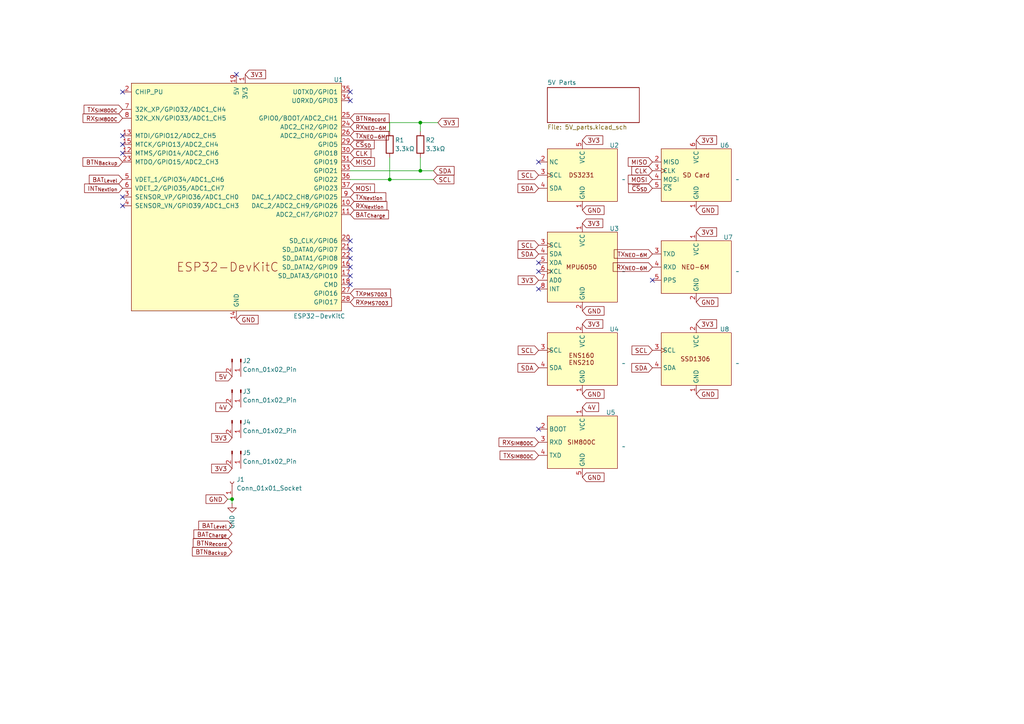
<source format=kicad_sch>
(kicad_sch (version 20231120) (generator "eeschema") (generator_version "8.0")
  (paper "A4")
  (title_block (title "opaque: Open-source Portable Air QUality Equipment") (date "2025-02-01") (rev "R1.1") (company "Barkın Özsoy (barkolorious)") (comment 1 "TÜBİTAK 2204-A"))
  (lib_symbols
    (symbol "Connector:Conn_01x01_Socket" (pin_names (offset 1.016) hide)
      (property "Reference" "J" (at 0 2.54 0))
      (property "Value" "Conn_01x01_Socket" (at 0 -2.54 0))
      (symbol "Conn_01x01_Socket_1_1"
        (polyline (pts (xy -1.27 0) (xy -0.508 0)) (stroke (width 0.1524)))
        (arc (start 0 0.508) (mid -0.5058 0) (end 0 -0.508) (stroke (width 0.1524)))
        (pin passive line (at -5.08 0 0) (length 3.81) (name "Pin_1") (number "1"))
      )
    )
    (symbol "Connector:Conn_01x02_Pin" (pin_names (offset 1.016) hide)
      (property "Reference" "J" (at 0 2.54 0))
      (property "Value" "Conn_01x02_Pin" (at 0 -5.08 0))
      (symbol "Conn_01x02_Pin_1_1"
        (polyline (pts (xy 1.27 -2.54) (xy 0.8636 -2.54)) (stroke (width 0.1524)))
        (polyline (pts (xy 1.27 0) (xy 0.8636 0)) (stroke (width 0.1524)))
        (rectangle (start 0.8636 -2.413) (end 0 -2.667) (stroke (width 0.1524)) (fill (type outline)))
        (rectangle (start 0.8636 0.127) (end 0 -0.127) (stroke (width 0.1524)) (fill (type outline)))
        (pin passive line (at 5.08 0 180) (length 3.81) (name "Pin_1") (number "1"))
        (pin passive line (at 5.08 -2.54 180) (length 3.81) (name "Pin_2") (number "2"))
      )
    )
    (symbol "Device:R" (pin_numbers hide) (pin_names (offset 0))
      (property "Reference" "R" (at 2.032 0 90))
      (property "Value" "R" (at 0 0 90))
      (symbol "R_0_1"
        (rectangle (start -1.016 -2.54) (end 1.016 2.54) (stroke (width 0.254)))
      )
      (symbol "R_1_1"
        (pin passive line (at 0 3.81 270) (length 1.27) (name "~") (number "1"))
        (pin passive line (at 0 -3.81 90) (length 1.27) (name "~") (number "2"))
      )
    )
    (symbol "PCM_Espressif:ESP32-DevKitC" (pin_names (offset 1.016))
      (property "Reference" "U" (at -30.48 38.1 0))
      (property "Value" "ESP32-DevKitC" (at -30.48 35.56 0))
      (symbol "ESP32-DevKitC_0_0"
        (text "ESP32-DevKitC" (at -2.54 -20.32 0) (effects (font (size 2.54 2.54))))
        (pin power_in line (at 0 -35.56 90) (length 2.54) (name "GND") (number "14"))
        (pin power_in line (at 0 35.56 270) (length 2.54) (name "5V") (number "19"))
      )
      (symbol "ESP32-DevKitC_0_1"
        (rectangle (start -30.48 33.02) (end 30.48 -33.02) (fill (type background)))
      )
      (symbol "ESP32-DevKitC_1_1"
        (pin power_in line (at 2.54 35.56 270) (length 2.54) (name "3V3") (number "1"))
        (pin bidirectional line (at 33.02 -2.54 180) (length 2.54) (name "DAC_2/ADC2_CH9/GPIO26") (number "10"))
        (pin bidirectional line (at 33.02 -5.08 180) (length 2.54) (name "ADC2_CH7/GPIO27") (number "11"))
        (pin bidirectional line (at -33.02 12.7 0) (length 2.54) (name "MTMS/GPIO14/ADC2_CH6") (number "12"))
        (pin bidirectional line (at -33.02 17.78 0) (length 2.54) (name "MTDI/GPIO12/ADC2_CH5") (number "13"))
        (pin bidirectional line (at -33.02 15.24 0) (length 2.54) (name "MTCK/GPIO13/ADC2_CH4") (number "15"))
        (pin bidirectional line (at 33.02 -20.32 180) (length 2.54) (name "SD_DATA2/GPIO9") (number "16"))
        (pin bidirectional line (at 33.02 -22.86 180) (length 2.54) (name "SD_DATA3/GPIO10") (number "17"))
        (pin bidirectional line (at 33.02 -25.4 180) (length 2.54) (name "CMD") (number "18"))
        (pin input line (at -33.02 30.48 0) (length 2.54) (name "CHIP_PU") (number "2"))
        (pin bidirectional line (at 33.02 -12.7 180) (length 2.54) (name "SD_CLK/GPIO6") (number "20"))
        (pin bidirectional line (at 33.02 -15.24 180) (length 2.54) (name "SD_DATA0/GPIO7") (number "21"))
        (pin bidirectional line (at 33.02 -17.78 180) (length 2.54) (name "SD_DATA1/GPIO8") (number "22"))
        (pin bidirectional line (at -33.02 10.16 0) (length 2.54) (name "MTDO/GPIO15/ADC2_CH3") (number "23"))
        (pin bidirectional line (at 33.02 20.32 180) (length 2.54) (name "ADC2_CH2/GPIO2") (number "24"))
        (pin bidirectional line (at 33.02 22.86 180) (length 2.54) (name "GPIO0/BOOT/ADC2_CH1") (number "25"))
        (pin bidirectional line (at 33.02 17.78 180) (length 2.54) (name "ADC2_CH0/GPIO4") (number "26"))
        (pin bidirectional line (at 33.02 -27.94 180) (length 2.54) (name "GPIO16") (number "27"))
        (pin bidirectional line (at 33.02 -30.48 180) (length 2.54) (name "GPIO17") (number "28"))
        (pin bidirectional line (at 33.02 15.24 180) (length 2.54) (name "GPIO5") (number "29"))
        (pin input line (at -33.02 0 0) (length 2.54) (name "SENSOR_VP/GPIO36/ADC1_CH0") (number "3"))
        (pin bidirectional line (at 33.02 12.7 180) (length 2.54) (name "GPIO18") (number "30"))
        (pin bidirectional line (at 33.02 10.16 180) (length 2.54) (name "GPIO19") (number "31"))
        (pin passive line (at 0 -35.56 90) (length 2.54) hide (name "GND") (number "32"))
        (pin bidirectional line (at 33.02 7.62 180) (length 2.54) (name "GPIO21") (number "33"))
        (pin bidirectional line (at 33.02 27.94 180) (length 2.54) (name "U0RXD/GPIO3") (number "34"))
        (pin bidirectional line (at 33.02 30.48 180) (length 2.54) (name "U0TXD/GPIO1") (number "35"))
        (pin bidirectional line (at 33.02 5.08 180) (length 2.54) (name "GPIO22") (number "36"))
        (pin bidirectional line (at 33.02 2.54 180) (length 2.54) (name "GPIO23") (number "37"))
        (pin passive line (at 0 -35.56 90) (length 2.54) hide (name "GND") (number "38"))
        (pin input line (at -33.02 -2.54 0) (length 2.54) (name "SENSOR_VN/GPIO39/ADC1_CH3") (number "4"))
        (pin input line (at -33.02 5.08 0) (length 2.54) (name "VDET_1/GPIO34/ADC1_CH6") (number "5"))
        (pin input line (at -33.02 2.54 0) (length 2.54) (name "VDET_2/GPIO35/ADC1_CH7") (number "6"))
        (pin bidirectional line (at -33.02 25.4 0) (length 2.54) (name "32K_XP/GPIO32/ADC1_CH4") (number "7"))
        (pin bidirectional line (at -33.02 22.86 0) (length 2.54) (name "32K_XN/GPIO33/ADC1_CH5") (number "8"))
        (pin bidirectional line (at 33.02 0 180) (length 2.54) (name "DAC_1/ADC2_CH8/GPIO25") (number "9"))
      )
    )
    (symbol "opaque-components:DS3231"
      (property "Reference" "U" (at 1.778 -9.144 0))
      (symbol "DS3231_0_1"
        (rectangle (start -10.16 7.62) (end 10.16 -7.62) (fill (type background)))
      )
      (symbol "DS3231_1_1"
        (text "DS3231" (at -0.254 0 0) (effects (font (size 1.27 1.27))))
        (pin input line (at 0 -10.16 90) (length 2.54) (name "GND") (number "1"))
        (pin input line (at -12.7 3.81 0) (length 2.54) (name "NC") (number "2"))
        (pin input clock (at -12.7 0 0) (length 2.54) (name "SCL") (number "3"))
        (pin bidirectional line (at -12.7 -3.81 0) (length 2.54) (name "SDA") (number "4"))
        (pin input line (at 0 10.16 270) (length 2.54) (name "VCC") (number "5"))
      )
    )
    (symbol "opaque-components:ENS160+ENS210"
      (property "Reference" "U" (at 1.778 -9.144 0))
      (symbol "ENS160+ENS210_0_1"
        (rectangle (start -10.16 7.62) (end 10.16 -7.62) (fill (type background)))
      )
      (symbol "ENS160+ENS210_1_1"
        (text "ENS160\nENS210" (at -0.254 0 0) (effects (font (size 1.27 1.27))))
        (pin input line (at 0 -10.16 90) (length 2.54) (name "GND") (number "1"))
        (pin input line (at 0 10.16 270) (length 2.54) (name "VCC") (number "2"))
        (pin input clock (at -12.7 2.54 0) (length 2.54) (name "SCL") (number "3"))
        (pin bidirectional line (at -12.7 -2.54 0) (length 2.54) (name "SDA") (number "4"))
      )
    )
    (symbol "opaque-components:MPU6050"
      (property "Reference" "U" (at 1.778 -11.684 0))
      (symbol "MPU6050_0_1"
        (rectangle (start -10.16 10.16) (end 10.16 -10.16) (fill (type background)))
      )
      (symbol "MPU6050_1_1"
        (text "MPU6050" (at -0.254 0 0) (effects (font (size 1.27 1.27))))
        (pin input line (at 0 12.7 270) (length 2.54) (name "VCC") (number "1"))
        (pin input line (at 0 -12.7 90) (length 2.54) (name "GND") (number "2"))
        (pin input clock (at -12.7 6.35 0) (length 2.54) (name "SCL") (number "3"))
        (pin bidirectional line (at -12.7 3.81 0) (length 2.54) (name "SDA") (number "4"))
        (pin bidirectional line (at -12.7 1.27 0) (length 2.54) (name "XDA") (number "5"))
        (pin input clock (at -12.7 -1.27 0) (length 2.54) (name "XCL") (number "6"))
        (pin input line (at -12.7 -3.81 0) (length 2.54) (name "AD0") (number "7"))
        (pin input line (at -12.7 -6.35 0) (length 2.54) (name "INT") (number "8"))
      )
    )
    (symbol "opaque-components:NEO-6M"
      (property "Reference" "U" (at 1.778 -9.144 0))
      (symbol "NEO-6M_0_1"
        (rectangle (start -10.16 7.62) (end 10.16 -7.62) (fill (type background)))
      )
      (symbol "NEO-6M_1_1"
        (text "NEO-6M" (at -0.254 0 0) (effects (font (size 1.27 1.27))))
        (pin input line (at 0 10.16 270) (length 2.54) (name "VCC") (number "1"))
        (pin input line (at 0 -10.16 90) (length 2.54) (name "GND") (number "2"))
        (pin output line (at -12.7 3.81 0) (length 2.54) (name "TXD") (number "3"))
        (pin input line (at -12.7 0 0) (length 2.54) (name "RXD") (number "4"))
        (pin output line (at -12.7 -3.81 0) (length 2.54) (name "PPS") (number "5"))
      )
    )
    (symbol "opaque-components:SD_Card"
      (property "Reference" "U" (at 1.778 -9.144 0))
      (symbol "SD_Card_0_1"
        (rectangle (start -10.16 7.62) (end 10.16 -7.62) (fill (type background)))
      )
      (symbol "SD_Card_1_1"
        (text "SD Card\n" (at 0 0 0) (effects (font (size 1.27 1.27))))
        (pin input line (at 0 -10.16 90) (length 2.54) (name "GND") (number "1"))
        (pin output line (at -12.7 3.81 0) (length 2.54) (name "MISO") (number "2"))
        (pin input clock (at -12.7 1.27 0) (length 2.54) (name "CLK") (number "3"))
        (pin input line (at -12.7 -1.27 0) (length 2.54) (name "MOSI") (number "4"))
        (pin input line (at -12.7 -3.81 0) (length 2.54) (name "~{CS}") (number "5"))
        (pin input line (at 0 10.16 270) (length 2.54) (name "VCC") (number "6"))
      )
    )
    (symbol "opaque-components:SIM800C"
      (property "Reference" "U" (at 0 0 0))
      (symbol "SIM800C_0_1"
        (rectangle (start -10.16 7.62) (end 10.16 -7.62) (fill (type background)))
      )
      (symbol "SIM800C_1_1"
        (text "SIM800C" (at -0.254 0 0) (effects (font (size 1.27 1.27))))
        (pin input line (at 0 10.16 270) (length 2.54) (name "VCC") (number "1"))
        (pin input line (at -12.7 3.81 0) (length 2.54) (name "BOOT") (number "2"))
        (pin input line (at -12.7 0 0) (length 2.54) (name "RXD") (number "3"))
        (pin output line (at -12.7 -3.81 0) (length 2.54) (name "TXD") (number "4"))
        (pin input line (at 0 -10.16 90) (length 2.54) (name "GND") (number "5"))
      )
    )
    (symbol "opaque-components:SSD1306"
      (property "Reference" "U" (at 2.032 -9.144 0))
      (symbol "SSD1306_0_1"
        (rectangle (start -10.16 7.62) (end 10.16 -7.62) (fill (type background)))
      )
      (symbol "SSD1306_1_1"
        (text "SSD1306" (at -0.254 0 0) (effects (font (size 1.27 1.27))))
        (pin input line (at 0 -10.16 90) (length 2.54) (name "GND") (number "1"))
        (pin input line (at 0 10.16 270) (length 2.54) (name "VCC") (number "2"))
        (pin input clock (at -12.7 2.54 0) (length 2.54) (name "SCL") (number "3"))
        (pin bidirectional line (at -12.7 -2.54 0) (length 2.54) (name "SDA") (number "4"))
      )
    )
    (symbol "power:GND" (power) (pin_numbers hide) (pin_names (offset 0) hide)
      (property "Value" "GND" (at 0 -3.81 0))
      (symbol "GND_0_1"
        (polyline (pts (xy 0 0) (xy 0 -1.27) (xy 1.27 -1.27) (xy 0 -2.54) (xy -1.27 -1.27) (xy 0 -1.27)))
      )
      (symbol "GND_1_1"
        (pin power_in line (at 0 0 270) (length 0) (name "~") (number "1"))
      )
    )
  )
  (junction (at 113.03 52.07))
  (junction (at 67.31 144.78))
  (junction (at 121.92 35.56))
  (junction (at 121.92 49.53))
  (no_connect (at 35.56 39.37))
  (no_connect (at 35.56 57.15))
  (no_connect (at 189.23 81.28))
  (no_connect (at 101.6 29.21))
  (no_connect (at 68.58 21.59))
  (no_connect (at 101.6 80.01))
  (no_connect (at 101.6 74.93))
  (no_connect (at 156.21 78.74))
  (no_connect (at 35.56 59.69))
  (no_connect (at 35.56 26.67))
  (no_connect (at 35.56 44.45))
  (no_connect (at 156.21 76.2))
  (no_connect (at 101.6 72.39))
  (no_connect (at 156.21 83.82))
  (no_connect (at 35.56 41.91))
  (no_connect (at 156.21 124.46))
  (no_connect (at 101.6 82.55))
  (no_connect (at 101.6 26.67))
  (no_connect (at 101.6 77.47))
  (no_connect (at 156.21 46.99))
  (no_connect (at 101.6 69.85))
  (wire (pts (xy 121.92 49.53) (xy 125.73 49.53)))
  (wire (pts (xy 101.6 49.53) (xy 121.92 49.53)))
  (wire (pts (xy 113.03 45.72) (xy 113.03 52.07)))
  (wire (pts (xy 121.92 35.56) (xy 121.92 38.1)))
  (wire (pts (xy 121.92 45.72) (xy 121.92 49.53)))
  (wire (pts (xy 67.31 146.05) (xy 67.31 144.78)))
  (wire (pts (xy 66.04 144.78) (xy 67.31 144.78)))
  (wire (pts (xy 113.03 35.56) (xy 121.92 35.56)))
  (wire (pts (xy 113.03 38.1) (xy 113.03 35.56)))
  (wire (pts (xy 121.92 35.56) (xy 127 35.56)))
  (wire (pts (xy 113.03 52.07) (xy 125.73 52.07)))
  (wire (pts (xy 101.6 52.07) (xy 113.03 52.07)))
  (global_label "3V3" (shape input) (at 201.93 93.98 0) (property "Intersheetrefs" "${INTERSHEET_REFS}" (effects (hide yes))) (property "Netclass" "3V3" (effects (hide yes))))
  (global_label "GND" (shape input) (at 68.58 92.71 0) (property "Intersheetrefs" "${INTERSHEET_REFS}" (effects (hide yes))) (property "Netclass" "GND" (effects (hide yes))))
  (global_label "SDA" (shape input) (at 125.73 49.53 0) (property "Intersheetrefs" "${INTERSHEET_REFS}" (effects (hide yes))) (property "Netclass" "Signal" (effects (hide yes))))
  (global_label "3V3" (shape input) (at 168.91 64.77 0) (property "Intersheetrefs" "${INTERSHEET_REFS}" (effects (hide yes))) (property "Netclass" "3V3" (effects (hide yes))))
  (global_label "3V3" (shape input) (at 71.12 21.59 0) (property "Intersheetrefs" "${INTERSHEET_REFS}" (effects (hide yes))))
  (global_label "TX_{SIM800C}" (shape input) (at 156.21 132.08 180) (property "Intersheetrefs" "${INTERSHEET_REFS}" (effects (hide yes))) (property "Netclass" "Signal" (effects (hide yes))))
  (global_label "GND" (shape input) (at 66.04 144.78 180) (property "Intersheetrefs" "${INTERSHEET_REFS}" (effects (hide yes))) (property "Netclass" "GND" (effects (hide yes))))
  (global_label "MISO" (shape input) (at 189.23 46.99 180) (property "Intersheetrefs" "${INTERSHEET_REFS}" (effects (hide yes))) (property "Netclass" "Signal" (effects (hide yes))))
  (global_label "GND" (shape input) (at 201.93 60.96 0) (property "Intersheetrefs" "${INTERSHEET_REFS}" (effects (hide yes))) (property "Netclass" "GND" (effects (hide yes))))
  (global_label "GND" (shape input) (at 168.91 138.43 0) (property "Intersheetrefs" "${INTERSHEET_REFS}" (effects (hide yes))) (property "Netclass" "GND" (effects (hide yes))))
  (global_label "SDA" (shape input) (at 156.21 54.61 180) (property "Intersheetrefs" "${INTERSHEET_REFS}" (effects (hide yes))) (property "Netclass" "Signal" (effects (hide yes))))
  (global_label "RX_{SIM800C}" (shape input) (at 35.56 34.29 180) (property "Intersheetrefs" "${INTERSHEET_REFS}" (effects (hide yes))))
  (global_label "RX_{NEO-6M}" (shape input) (at 101.6 36.83 0) (property "Intersheetrefs" "${INTERSHEET_REFS}" (effects (hide yes))) (property "Netclass" "Signal" (effects (hide yes))))
  (global_label "SDA" (shape input) (at 156.21 106.68 180) (property "Intersheetrefs" "${INTERSHEET_REFS}" (effects (hide yes))) (property "Netclass" "Signal" (effects (hide yes))))
  (global_label "SCL" (shape input) (at 125.73 52.07 0) (property "Intersheetrefs" "${INTERSHEET_REFS}" (effects (hide yes))) (property "Netclass" "Signal" (effects (hide yes))))
  (global_label "3V3" (shape input) (at 67.31 127 180) (property "Intersheetrefs" "${INTERSHEET_REFS}" (effects (hide yes))) (property "Netclass" "3V3" (effects (hide yes))))
  (global_label "GND" (shape input) (at 201.93 114.3 0) (property "Intersheetrefs" "${INTERSHEET_REFS}" (effects (hide yes))) (property "Netclass" "GND" (effects (hide yes))))
  (global_label "3V3" (shape input) (at 127 35.56 0) (property "Intersheetrefs" "${INTERSHEET_REFS}" (effects (hide yes))) (property "Netclass" "3V3" (effects (hide yes))))
  (global_label "BAT_{Charge}" (shape input) (at 67.31 154.94 180) (property "Intersheetrefs" "${INTERSHEET_REFS}" (effects (hide yes))) (property "Netclass" "Signal" (effects (hide yes))))
  (global_label "INT_{Nextion}" (shape input) (at 35.56 54.61 180) (property "Intersheetrefs" "${INTERSHEET_REFS}" (effects (hide yes))))
  (global_label "SDA" (shape input) (at 189.23 106.68 180) (property "Intersheetrefs" "${INTERSHEET_REFS}" (effects (hide yes))) (property "Netclass" "Signal" (effects (hide yes))))
  (global_label "TX_{PMS7003}" (shape input) (at 101.6 85.09 0) (property "Intersheetrefs" "${INTERSHEET_REFS}" (effects (hide yes))) (property "Netclass" "Signal" (effects (hide yes))))
  (global_label "TX_{NEO-6M}" (shape input) (at 101.6 39.37 0) (property "Intersheetrefs" "${INTERSHEET_REFS}" (effects (hide yes))) (property "Netclass" "Signal" (effects (hide yes))))
  (global_label "3V3" (shape input) (at 201.93 40.64 0) (property "Intersheetrefs" "${INTERSHEET_REFS}" (effects (hide yes))) (property "Netclass" "3V3" (effects (hide yes))))
  (global_label "BTN_{Backup}" (shape input) (at 67.31 160.02 180) (property "Intersheetrefs" "${INTERSHEET_REFS}" (effects (hide yes))) (property "Netclass" "Signal" (effects (hide yes))))
  (global_label "BAT_{Level}" (shape input) (at 35.56 52.07 180) (property "Intersheetrefs" "${INTERSHEET_REFS}" (effects (hide yes))))
  (global_label "MOSI" (shape input) (at 189.23 52.07 180) (property "Intersheetrefs" "${INTERSHEET_REFS}" (effects (hide yes))) (property "Netclass" "Signal" (effects (hide yes))))
  (global_label "RX_{SIM800C}" (shape input) (at 156.21 128.27 180) (property "Intersheetrefs" "${INTERSHEET_REFS}" (effects (hide yes))) (property "Netclass" "Signal" (effects (hide yes))))
  (global_label "4V" (shape input) (at 67.31 118.11 180) (property "Intersheetrefs" "${INTERSHEET_REFS}" (effects (hide yes))) (property "Netclass" "4V" (effects (hide yes))))
  (global_label "3V3" (shape input) (at 168.91 93.98 0) (property "Intersheetrefs" "${INTERSHEET_REFS}" (effects (hide yes))) (property "Netclass" "3V3" (effects (hide yes))))
  (global_label "~{CS}_{SD}" (shape input) (at 189.23 54.61 180) (property "Intersheetrefs" "${INTERSHEET_REFS}" (effects (hide yes))) (property "Netclass" "Signal" (effects (hide yes))))
  (global_label "SCL" (shape input) (at 156.21 50.8 180) (property "Intersheetrefs" "${INTERSHEET_REFS}" (effects (hide yes))) (property "Netclass" "Signal" (effects (hide yes))))
  (global_label "3V3" (shape input) (at 156.21 81.28 180) (property "Intersheetrefs" "${INTERSHEET_REFS}" (effects (hide yes))) (property "Netclass" "3V3" (effects (hide yes))))
  (global_label "SDA" (shape input) (at 156.21 73.66 180) (property "Intersheetrefs" "${INTERSHEET_REFS}" (effects (hide yes))) (property "Netclass" "Signal" (effects (hide yes))))
  (global_label "3V3" (shape input) (at 168.91 40.64 0) (property "Intersheetrefs" "${INTERSHEET_REFS}" (effects (hide yes))) (property "Netclass" "3V3" (effects (hide yes))))
  (global_label "3V3" (shape input) (at 67.31 135.89 180) (property "Intersheetrefs" "${INTERSHEET_REFS}" (effects (hide yes))) (property "Netclass" "3V3" (effects (hide yes))))
  (global_label "RX_{Nextion}" (shape input) (at 101.6 59.69 0) (property "Intersheetrefs" "${INTERSHEET_REFS}" (effects (hide yes))))
  (global_label "4V" (shape input) (at 168.91 118.11 0) (property "Intersheetrefs" "${INTERSHEET_REFS}" (effects (hide yes))) (property "Netclass" "4V" (effects (hide yes))))
  (global_label "~{CS}_{SD}" (shape input) (at 101.6 41.91 0) (property "Intersheetrefs" "${INTERSHEET_REFS}" (effects (hide yes))) (property "Netclass" "Signal" (effects (hide yes))))
  (global_label "3V3" (shape input) (at 201.93 67.31 0) (property "Intersheetrefs" "${INTERSHEET_REFS}" (effects (hide yes))) (property "Netclass" "3V3" (effects (hide yes))))
  (global_label "CLK" (shape input) (at 101.6 44.45 0) (property "Intersheetrefs" "${INTERSHEET_REFS}" (effects (hide yes))) (property "Netclass" "Signal" (effects (hide yes))))
  (global_label "TX_{SIM800C}" (shape input) (at 35.56 31.75 180) (property "Intersheetrefs" "${INTERSHEET_REFS}" (effects (hide yes))))
  (global_label "SCL" (shape input) (at 156.21 101.6 180) (property "Intersheetrefs" "${INTERSHEET_REFS}" (effects (hide yes))) (property "Netclass" "Signal" (effects (hide yes))))
  (global_label "GND" (shape input) (at 201.93 87.63 0) (property "Intersheetrefs" "${INTERSHEET_REFS}" (effects (hide yes))) (property "Netclass" "GND" (effects (hide yes))))
  (global_label "TX_{Nextion}" (shape input) (at 101.6 57.15 0) (property "Intersheetrefs" "${INTERSHEET_REFS}" (effects (hide yes))))
  (global_label "BTN_{Record}" (shape input) (at 101.6 34.29 0) (property "Intersheetrefs" "${INTERSHEET_REFS}" (effects (hide yes))) (property "Netclass" "Signal" (effects (hide yes))))
  (global_label "GND" (shape input) (at 168.91 90.17 0) (property "Intersheetrefs" "${INTERSHEET_REFS}" (effects (hide yes))) (property "Netclass" "GND" (effects (hide yes))))
  (global_label "5V" (shape input) (at 67.31 109.22 180) (property "Intersheetrefs" "${INTERSHEET_REFS}" (effects (hide yes))) (property "Netclass" "5V" (effects (hide yes))))
  (global_label "SCL" (shape input) (at 156.21 71.12 180) (property "Intersheetrefs" "${INTERSHEET_REFS}" (effects (hide yes))) (property "Netclass" "Signal" (effects (hide yes))))
  (global_label "BAT_{Level}" (shape input) (at 67.31 152.4 180) (property "Intersheetrefs" "${INTERSHEET_REFS}" (effects (hide yes))) (property "Netclass" "Signal" (effects (hide yes))))
  (global_label "GND" (shape input) (at 168.91 60.96 0) (property "Intersheetrefs" "${INTERSHEET_REFS}" (effects (hide yes))) (property "Netclass" "GND" (effects (hide yes))))
  (global_label "MOSI" (shape input) (at 101.6 54.61 0) (property "Intersheetrefs" "${INTERSHEET_REFS}" (effects (hide yes))) (property "Netclass" "Signal" (effects (hide yes))))
  (global_label "GND" (shape input) (at 168.91 114.3 0) (property "Intersheetrefs" "${INTERSHEET_REFS}" (effects (hide yes))) (property "Netclass" "GND" (effects (hide yes))))
  (global_label "RX_{NEO-6M}" (shape input) (at 189.23 77.47 180) (property "Intersheetrefs" "${INTERSHEET_REFS}" (effects (hide yes))) (property "Netclass" "Signal" (effects (hide yes))))
  (global_label "BTN_{Record}" (shape input) (at 67.31 157.48 180) (property "Intersheetrefs" "${INTERSHEET_REFS}" (effects (hide yes))) (property "Netclass" "Signal" (effects (hide yes))))
  (global_label "MISO" (shape input) (at 101.6 46.99 0) (property "Intersheetrefs" "${INTERSHEET_REFS}" (effects (hide yes))) (property "Netclass" "Signal" (effects (hide yes))))
  (global_label "BTN_{Backup}" (shape input) (at 35.56 46.99 180) (property "Intersheetrefs" "${INTERSHEET_REFS}" (effects (hide yes))) (property "Netclass" "Signal" (effects (hide yes))))
  (global_label "TX_{NEO-6M}" (shape input) (at 189.23 73.66 180) (property "Intersheetrefs" "${INTERSHEET_REFS}" (effects (hide yes))) (property "Netclass" "Signal" (effects (hide yes))))
  (global_label "SCL" (shape input) (at 189.23 101.6 180) (property "Intersheetrefs" "${INTERSHEET_REFS}" (effects (hide yes))) (property "Netclass" "Signal" (effects (hide yes))))
  (global_label "CLK" (shape input) (at 189.23 49.53 180) (property "Intersheetrefs" "${INTERSHEET_REFS}" (effects (hide yes))) (property "Netclass" "Signal" (effects (hide yes))))
  (global_label "RX_{PMS7003}" (shape input) (at 101.6 87.63 0) (property "Intersheetrefs" "${INTERSHEET_REFS}" (effects (hide yes))) (property "Netclass" "Signal" (effects (hide yes))))
  (global_label "BAT_{Charge}" (shape input) (at 101.6 62.23 0) (property "Intersheetrefs" "${INTERSHEET_REFS}" (effects (hide yes))) (property "Netclass" "Signal" (effects (hide yes))))
  (symbol (lib_id "opaque-components:SIM800C") (at 168.91 128.27 0) (unit 1)
    (property "Reference" "U5" (at 175.768 119.634 0) (effects (justify left)))
    (property "Value" "~" (at 180.34 129.54 0) (effects (justify left)))
    (property "Footprint" "opaque-components:SIM800C" (effects (hide yes)))
  )
  (symbol (lib_id "Connector:Conn_01x02_Pin") (at 69.85 130.81 270) (unit 1)
    (property "Reference" "J5" (at 70.358 131.318 90) (effects (justify left)))
    (property "Value" "Conn_01x02_Pin" (at 70.358 133.858 90) (effects (justify left)))
    (property "Footprint" "Connector_PinHeader_2.54mm:PinHeader_1x02_P2.54mm_Vertical" (effects (hide yes)))
    (property "Description" "Generic connector, single row, 01x02, script generated" (effects (hide yes)))
  )
  (symbol (lib_id "opaque-components:MPU6050") (at 168.91 77.47 0) (unit 1)
    (property "Reference" "U3" (at 176.784 66.294 0) (effects (justify left)))
    (property "Value" "~" (at 180.34 78.74 0) (effects (justify left)))
    (property "Footprint" "opaque-components:MPU6050" (effects (hide yes)))
  )
  (symbol (lib_id "opaque-components:SD_Card") (at 201.93 50.8 0) (unit 1)
    (property "Reference" "U6" (at 208.788 42.164 0) (effects (justify left)))
    (property "Value" "~" (at 213.36 52.07 0) (effects (justify left)))
    (property "Footprint" "opaque-components:SD_Card" (effects (hide yes)))
  )
  (symbol (lib_id "opaque-components:NEO-6M") (at 201.93 77.47 0) (unit 1)
    (property "Reference" "U7" (at 209.804 68.834 0) (effects (justify left)))
    (property "Value" "~" (at 213.36 78.74 0) (effects (justify left)))
    (property "Footprint" "opaque-components:NEO-6M" (effects (hide yes)))
  )
  (symbol (lib_id "Connector:Conn_01x02_Pin") (at 69.85 113.03 270) (unit 1)
    (property "Reference" "J3" (at 70.358 113.538 90) (effects (justify left)))
    (property "Value" "Conn_01x02_Pin" (at 70.358 116.078 90) (effects (justify left)))
    (property "Footprint" "Connector_PinHeader_2.54mm:PinHeader_1x02_P2.54mm_Vertical" (effects (hide yes)))
    (property "Description" "Generic connector, single row, 01x02, script generated" (effects (hide yes)))
  )
  (symbol (lib_id "Connector:Conn_01x02_Pin") (at 69.85 104.14 270) (unit 1)
    (property "Reference" "J2" (at 70.358 104.648 90) (effects (justify left)))
    (property "Value" "Conn_01x02_Pin" (at 70.358 107.188 90) (effects (justify left)))
    (property "Footprint" "Connector_PinHeader_2.54mm:PinHeader_1x02_P2.54mm_Vertical" (effects (hide yes)))
    (property "Description" "Generic connector, single row, 01x02, script generated" (effects (hide yes)))
  )
  (symbol (lib_id "Device:R") (at 121.92 41.91 0) (unit 1)
    (property "Reference" "R2" (at 123.444 40.64 0) (effects (justify left)))
    (property "Value" "3.3kΩ" (at 123.444 43.18 0) (effects (justify left)))
    (property "Footprint" "Resistor_THT:R_Axial_DIN0207_L6.3mm_D2.5mm_P7.62mm_Horizontal" (effects (hide yes)))
    (property "Description" "Resistor" (effects (hide yes)))
  )
  (symbol (lib_id "opaque-components:ENS160+ENS210") (at 168.91 104.14 0) (unit 1)
    (property "Reference" "U4" (at 176.784 95.504 0) (effects (justify left)))
    (property "Value" "~" (at 180.34 105.41 0) (effects (justify left)))
    (property "Footprint" "opaque-components:ENS160+ENS210" (effects (hide yes)))
  )
  (symbol (lib_id "Connector:Conn_01x01_Socket") (at 67.31 139.7 90) (unit 1)
    (property "Reference" "J1" (at 68.58 139.0649 90) (effects (justify right)))
    (property "Value" "Conn_01x01_Socket" (at 68.58 141.6049 90) (effects (justify right)))
    (property "Footprint" "Connector_PinHeader_2.54mm:PinHeader_1x01_P2.54mm_Vertical" (effects (hide yes)))
    (property "Description" "Generic connector, single row, 01x01, script generated" (effects (hide yes)))
  )
  (symbol (lib_id "opaque-components:SSD1306") (at 201.93 104.14 0) (unit 1)
    (property "Reference" "U8" (at 208.788 95.504 0) (effects (justify left)))
    (property "Value" "~" (at 213.36 105.41 0) (effects (justify left)))
    (property "Footprint" "opaque-components:SSD1306" (effects (hide yes)))
  )
  (symbol (lib_id "opaque-components:DS3231") (at 168.91 50.8 0) (unit 1)
    (property "Reference" "U2" (at 176.784 42.164 0) (effects (justify left)))
    (property "Value" "~" (at 180.34 52.07 0) (effects (justify left)))
    (property "Footprint" "opaque-components:DS3231" (effects (hide yes)))
  )
  (symbol (lib_id "PCM_Espressif:ESP32-DevKitC") (at 68.58 57.15 0) (unit 1)
    (property "Reference" "U1" (at 96.774 23.114 0) (effects (justify left)))
    (property "Value" "ESP32-DevKitC" (at 85.09 91.694 0) (effects (justify left)))
    (property "Footprint" "PCM_Espressif:ESP32-DevKitC" (effects (hide yes)))
    (property "Datasheet" "https://docs.espressif.com/projects/esp-idf/zh_CN/latest/esp32/hw-reference/esp32/get-started-devkitc.html" (effects (hide yes)))
    (property "Description" "Development Kit" (effects (hide yes)))
  )
  (symbol (lib_id "power:GND") (at 67.31 146.05 0) (unit 1)
    (property "Reference" "#PWR01" (effects (hide yes)))
    (property "Value" "GND" (at 67.31 149.352 90) (effects (justify right)))
    (property "Description" "Power symbol creates a global label with name \"GND\" , ground" (effects (hide yes)))
  )
  (symbol (lib_id "Device:R") (at 113.03 41.91 0) (unit 1)
    (property "Reference" "R1" (at 114.554 40.64 0) (effects (justify left)))
    (property "Value" "3.3kΩ" (at 114.554 43.18 0) (effects (justify left)))
    (property "Footprint" "Resistor_THT:R_Axial_DIN0207_L6.3mm_D2.5mm_P7.62mm_Horizontal" (effects (hide yes)))
    (property "Description" "Resistor" (effects (hide yes)))
  )
  (symbol (lib_id "Connector:Conn_01x02_Pin") (at 69.85 121.92 270) (unit 1)
    (property "Reference" "J4" (at 70.358 122.428 90) (effects (justify left)))
    (property "Value" "Conn_01x02_Pin" (at 70.358 124.968 90) (effects (justify left)))
    (property "Footprint" "Connector_PinHeader_2.54mm:PinHeader_1x02_P2.54mm_Vertical" (effects (hide yes)))
    (property "Description" "Generic connector, single row, 01x02, script generated" (effects (hide yes)))
  )
  (sheet (at 158.75 25.4) (size 26.67 10.16) (stroke (width 0.1524))
    (property "Sheetname" "5V Parts" (at 158.75 24.6884 0) (effects (justify left bottom)))
    (property "Sheetfile" "5V_parts.kicad_sch" (at 158.75 36.1446 0) (effects (justify left top)))
  )
)
</source>
